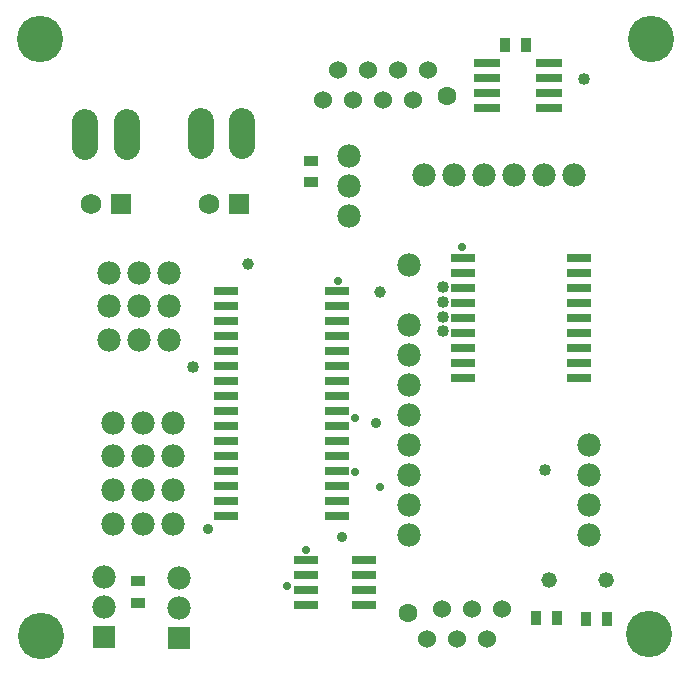
<source format=gbs>
G75*
G70*
%OFA0B0*%
%FSLAX24Y24*%
%IPPOS*%
%LPD*%
%AMOC8*
5,1,8,0,0,1.08239X$1,22.5*
%
%ADD10R,0.0910X0.0280*%
%ADD11R,0.0355X0.0512*%
%ADD12C,0.0520*%
%ADD13R,0.0512X0.0355*%
%ADD14R,0.0840X0.0300*%
%ADD15R,0.0820X0.0250*%
%ADD16C,0.0780*%
%ADD17C,0.0880*%
%ADD18R,0.0780X0.0780*%
%ADD19C,0.0600*%
%ADD20C,0.0631*%
%ADD21C,0.0690*%
%ADD22R,0.0690X0.0690*%
%ADD23R,0.0820X0.0260*%
%ADD24C,0.0400*%
%ADD25C,0.0276*%
%ADD26C,0.0394*%
%ADD27C,0.0355*%
%ADD28C,0.1542*%
D10*
X017000Y019086D03*
X017000Y019586D03*
X017000Y020086D03*
X017000Y020586D03*
X019060Y020586D03*
X019060Y020086D03*
X019060Y019586D03*
X019060Y019086D03*
D11*
X018309Y021161D03*
X017601Y021161D03*
X018626Y002061D03*
X019334Y002061D03*
X020301Y002036D03*
X021009Y002036D03*
D12*
X020980Y003336D03*
X019080Y003336D03*
D13*
X005380Y003290D03*
X005380Y002581D03*
X011130Y016606D03*
X011130Y017315D03*
D14*
X016225Y014086D03*
X016225Y013586D03*
X016225Y013086D03*
X016225Y012586D03*
X016225Y012086D03*
X016225Y011586D03*
X016225Y011086D03*
X016225Y010586D03*
X016225Y010086D03*
X020085Y010086D03*
X020085Y010586D03*
X020085Y011086D03*
X020085Y011586D03*
X020085Y012086D03*
X020085Y012586D03*
X020085Y013086D03*
X020085Y013586D03*
X020085Y014086D03*
D15*
X012005Y012961D03*
X012005Y012461D03*
X012005Y011961D03*
X012005Y011461D03*
X012005Y010961D03*
X012005Y010461D03*
X012005Y009961D03*
X012005Y009461D03*
X012005Y008961D03*
X012005Y008461D03*
X012005Y007961D03*
X012005Y007461D03*
X012005Y006961D03*
X012005Y006461D03*
X012005Y005961D03*
X012005Y005461D03*
X008305Y005461D03*
X008305Y005961D03*
X008305Y006461D03*
X008305Y006961D03*
X008305Y007461D03*
X008305Y007961D03*
X008305Y008461D03*
X008305Y008961D03*
X008305Y009461D03*
X008305Y009961D03*
X008305Y010461D03*
X008305Y010961D03*
X008305Y011461D03*
X008305Y011961D03*
X008305Y012461D03*
X008305Y012961D03*
D16*
X006405Y012461D03*
X005405Y012461D03*
X004405Y012461D03*
X004405Y013561D03*
X005405Y013561D03*
X006405Y013561D03*
X006405Y011336D03*
X005405Y011336D03*
X004405Y011336D03*
X004530Y008586D03*
X005530Y008586D03*
X006530Y008586D03*
X006530Y007461D03*
X005530Y007461D03*
X004530Y007461D03*
X004530Y006336D03*
X005530Y006336D03*
X006530Y006336D03*
X006530Y005211D03*
X005530Y005211D03*
X004530Y005211D03*
X004255Y003436D03*
X004255Y002436D03*
X006730Y002411D03*
X006730Y003411D03*
X014405Y004836D03*
X014405Y005836D03*
X014405Y006836D03*
X014405Y007836D03*
X014405Y008836D03*
X014405Y009836D03*
X014405Y010836D03*
X014405Y011836D03*
X014405Y013836D03*
X012405Y015486D03*
X012405Y016486D03*
X012405Y017486D03*
X014905Y016836D03*
X015905Y016836D03*
X016905Y016836D03*
X017905Y016836D03*
X018905Y016836D03*
X019905Y016836D03*
X020405Y007836D03*
X020405Y006836D03*
X020405Y005836D03*
X020405Y004836D03*
D17*
X008844Y017799D02*
X008844Y018639D01*
X007466Y018639D02*
X007466Y017799D01*
X004994Y017774D02*
X004994Y018614D01*
X003616Y018614D02*
X003616Y017774D01*
D18*
X004255Y001436D03*
X006730Y001411D03*
D19*
X015005Y001375D03*
X016005Y001375D03*
X017005Y001375D03*
X016505Y002375D03*
X015505Y002375D03*
X017505Y002375D03*
X014530Y019336D03*
X013530Y019336D03*
X012530Y019336D03*
X011530Y019336D03*
X012030Y020336D03*
X013030Y020336D03*
X014030Y020336D03*
X015030Y020336D03*
D20*
X015668Y019480D03*
X014367Y002231D03*
D21*
X007755Y015886D03*
X003805Y015886D03*
D22*
X004805Y015886D03*
X008755Y015886D03*
D23*
X010981Y004013D03*
X010981Y003513D03*
X010981Y003013D03*
X010981Y002513D03*
X012921Y002513D03*
X012921Y003013D03*
X012921Y003513D03*
X012921Y004013D03*
D24*
X018940Y007006D03*
X015535Y011621D03*
X015535Y012111D03*
X015535Y012601D03*
X015535Y013091D03*
X020230Y020021D03*
X007200Y010446D03*
D25*
X012035Y013301D03*
X016165Y014421D03*
X012595Y008751D03*
X012595Y006931D03*
X013435Y006441D03*
X010985Y004341D03*
X010355Y003151D03*
D26*
X013430Y012936D03*
X009055Y013886D03*
D27*
X013295Y008555D03*
X012161Y004754D03*
X007702Y005034D03*
D28*
X002158Y001478D03*
X022423Y001541D03*
X022472Y021386D03*
X002095Y021365D03*
M02*

</source>
